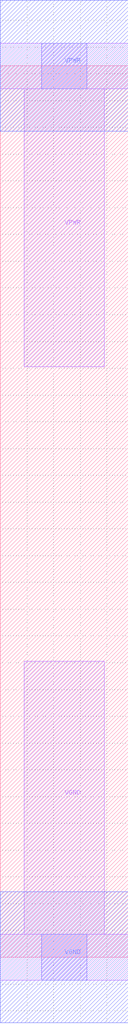
<source format=lef>
# Copyright 2020 The SkyWater PDK Authors
#
# Licensed under the Apache License, Version 2.0 (the "License");
# you may not use this file except in compliance with the License.
# You may obtain a copy of the License at
#
#     https://www.apache.org/licenses/LICENSE-2.0
#
# Unless required by applicable law or agreed to in writing, software
# distributed under the License is distributed on an "AS IS" BASIS,
# WITHOUT WARRANTIES OR CONDITIONS OF ANY KIND, either express or implied.
# See the License for the specific language governing permissions and
# limitations under the License.
#
# SPDX-License-Identifier: Apache-2.0

VERSION 5.7 ;
  NAMESCASESENSITIVE ON ;
  NOWIREEXTENSIONATPIN ON ;
  DIVIDERCHAR "/" ;
  BUSBITCHARS "[]" ;
UNITS
  DATABASE MICRONS 200 ;
END UNITS
MACRO sky130_fd_sc_ms__tapvpwrvgnd_1
  CLASS CORE ;
  SOURCE USER ;
  FOREIGN sky130_fd_sc_ms__tapvpwrvgnd_1 ;
  ORIGIN  0.000000  0.000000 ;
  SIZE  0.480000 BY  3.330000 ;
  SYMMETRY X Y ;
  SITE unit ;
  PIN VGND
    DIRECTION INOUT ;
    USE GROUND ;
    PORT
      LAYER li1 ;
        RECT 0.000000 -0.085000 0.480000 0.085000 ;
        RECT 0.090000  0.085000 0.390000 1.105000 ;
      LAYER mcon ;
        RECT 0.155000 -0.085000 0.325000 0.085000 ;
      LAYER met1 ;
        RECT 0.000000 -0.245000 0.480000 0.245000 ;
    END
  END VGND
  PIN VPWR
    DIRECTION INOUT ;
    USE POWER ;
    PORT
      LAYER li1 ;
        RECT 0.000000 3.245000 0.480000 3.415000 ;
        RECT 0.090000 2.205000 0.390000 3.245000 ;
      LAYER mcon ;
        RECT 0.155000 3.245000 0.325000 3.415000 ;
      LAYER met1 ;
        RECT 0.000000 3.085000 0.480000 3.575000 ;
    END
  END VPWR
END sky130_fd_sc_ms__tapvpwrvgnd_1

</source>
